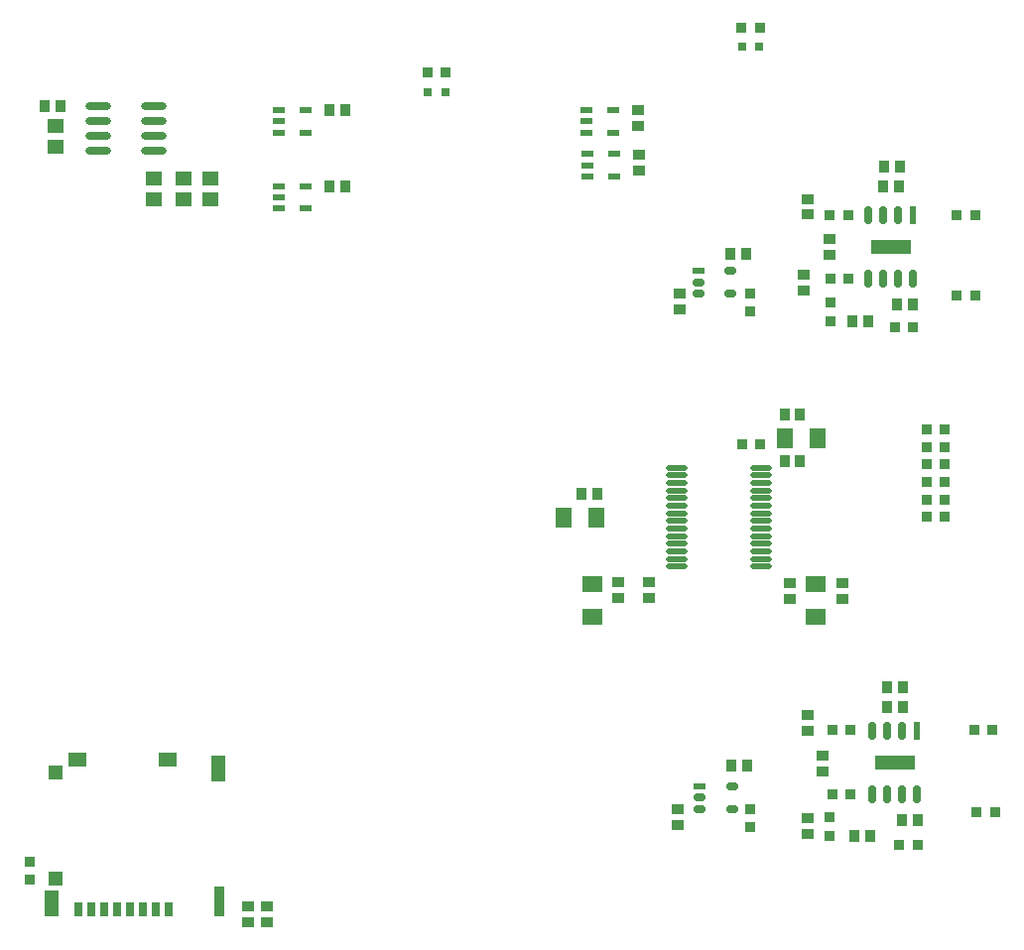
<source format=gtp>
G04*
G04 #@! TF.GenerationSoftware,Altium Limited,Altium Designer,19.0.15 (446)*
G04*
G04 Layer_Color=8421504*
%FSLAX25Y25*%
%MOIN*%
G70*
G01*
G75*
%ADD18R,0.03937X0.03543*%
%ADD19R,0.03347X0.03347*%
G04:AMPARAMS|DCode=20|XSize=23.62mil|YSize=39.37mil|CornerRadius=5.91mil|HoleSize=0mil|Usage=FLASHONLY|Rotation=90.000|XOffset=0mil|YOffset=0mil|HoleType=Round|Shape=RoundedRectangle|*
%AMROUNDEDRECTD20*
21,1,0.02362,0.02756,0,0,90.0*
21,1,0.01181,0.03937,0,0,90.0*
1,1,0.01181,0.01378,0.00591*
1,1,0.01181,0.01378,-0.00591*
1,1,0.01181,-0.01378,-0.00591*
1,1,0.01181,-0.01378,0.00591*
%
%ADD20ROUNDEDRECTD20*%
%ADD21R,0.03937X0.02362*%
%ADD22R,0.03543X0.03937*%
%ADD23R,0.07087X0.05512*%
%ADD24R,0.03347X0.03347*%
%ADD25R,0.05512X0.07087*%
%ADD26R,0.04134X0.02362*%
%ADD27R,0.05512X0.04528*%
%ADD28R,0.13386X0.05118*%
G04:AMPARAMS|DCode=29|XSize=23.62mil|YSize=61.02mil|CornerRadius=5.91mil|HoleSize=0mil|Usage=FLASHONLY|Rotation=0.000|XOffset=0mil|YOffset=0mil|HoleType=Round|Shape=RoundedRectangle|*
%AMROUNDEDRECTD29*
21,1,0.02362,0.04921,0,0,0.0*
21,1,0.01181,0.06102,0,0,0.0*
1,1,0.01181,0.00591,-0.02461*
1,1,0.01181,-0.00591,-0.02461*
1,1,0.01181,-0.00591,0.02461*
1,1,0.01181,0.00591,0.02461*
%
%ADD29ROUNDEDRECTD29*%
%ADD30R,0.02362X0.06102*%
%ADD31O,0.08661X0.02362*%
%ADD32R,0.03150X0.03150*%
%ADD33O,0.07284X0.01772*%
%ADD34R,0.05906X0.04528*%
%ADD35R,0.04528X0.08661*%
%ADD36R,0.04567X0.04724*%
%ADD37R,0.04567X0.04921*%
%ADD38R,0.03740X0.09843*%
%ADD39R,0.03150X0.04882*%
D18*
X535039Y36024D02*
D03*
Y41339D02*
D03*
X540158Y57185D02*
D03*
Y62500D02*
D03*
X529035Y115059D02*
D03*
Y120374D02*
D03*
X546654Y114961D02*
D03*
Y120276D02*
D03*
X533858Y218799D02*
D03*
Y224114D02*
D03*
X478031Y273937D02*
D03*
Y279252D02*
D03*
X478524Y259154D02*
D03*
Y264469D02*
D03*
X542520Y230709D02*
D03*
Y236024D02*
D03*
X492126Y212303D02*
D03*
Y217618D02*
D03*
X535039Y249508D02*
D03*
Y244193D02*
D03*
Y75984D02*
D03*
Y70669D02*
D03*
X491339Y39075D02*
D03*
Y44390D02*
D03*
X353543Y11713D02*
D03*
Y6398D02*
D03*
X347244D02*
D03*
Y11713D02*
D03*
X481890Y120768D02*
D03*
Y115453D02*
D03*
X471535Y120571D02*
D03*
Y115256D02*
D03*
D19*
X515748Y38287D02*
D03*
Y44390D02*
D03*
X542913Y208465D02*
D03*
Y214567D02*
D03*
X515748Y211663D02*
D03*
Y217766D02*
D03*
X542520Y35433D02*
D03*
Y41535D02*
D03*
X273622Y26673D02*
D03*
Y20571D02*
D03*
D20*
X509744Y51968D02*
D03*
Y44488D02*
D03*
X498917D02*
D03*
Y48228D02*
D03*
X509154Y225197D02*
D03*
Y217717D02*
D03*
X498327D02*
D03*
Y221457D02*
D03*
D21*
X498917Y51968D02*
D03*
X498327Y225197D02*
D03*
D22*
X459043Y150197D02*
D03*
X464358D02*
D03*
X532579Y161221D02*
D03*
X527264D02*
D03*
X532579Y176969D02*
D03*
X527264D02*
D03*
X560630Y260236D02*
D03*
X565945D02*
D03*
X560492Y253543D02*
D03*
X565807D02*
D03*
X555413Y208465D02*
D03*
X550098D02*
D03*
X561909Y85433D02*
D03*
X567224D02*
D03*
X561909Y78642D02*
D03*
X567224D02*
D03*
X284154Y280539D02*
D03*
X278839D02*
D03*
X514468Y231102D02*
D03*
X509154D02*
D03*
X570492Y214173D02*
D03*
X565177D02*
D03*
X571949Y40551D02*
D03*
X566634D02*
D03*
X556201Y35433D02*
D03*
X550886D02*
D03*
X374311Y279408D02*
D03*
X379626D02*
D03*
X374311Y253740D02*
D03*
X379626D02*
D03*
X509547Y58957D02*
D03*
X514862D02*
D03*
D23*
X537795Y109153D02*
D03*
Y119980D02*
D03*
X462598D02*
D03*
Y109153D02*
D03*
D24*
X513091Y167126D02*
D03*
X519193D02*
D03*
X542618Y222538D02*
D03*
X548721D02*
D03*
X585236Y244094D02*
D03*
X591339D02*
D03*
X542520D02*
D03*
X548622D02*
D03*
X518996Y307087D02*
D03*
X512894D02*
D03*
X413484Y292028D02*
D03*
X407382D02*
D03*
X581220Y172047D02*
D03*
X575117D02*
D03*
X581220Y166142D02*
D03*
X575117D02*
D03*
X581220Y160236D02*
D03*
X575117D02*
D03*
X581220Y154331D02*
D03*
X575117D02*
D03*
X581220Y148425D02*
D03*
X575117D02*
D03*
X581220Y142815D02*
D03*
X575117D02*
D03*
X585236Y217126D02*
D03*
X591339D02*
D03*
X564390Y206299D02*
D03*
X570492D02*
D03*
X543405Y49409D02*
D03*
X549508D02*
D03*
X591043Y70866D02*
D03*
X597146D02*
D03*
X565846Y32283D02*
D03*
X571949D02*
D03*
X591831Y43366D02*
D03*
X597933D02*
D03*
X543405Y70866D02*
D03*
X549508D02*
D03*
D25*
X538287Y168963D02*
D03*
X527461D02*
D03*
X453150Y142520D02*
D03*
X463976D02*
D03*
D26*
X469764Y279331D02*
D03*
Y271850D02*
D03*
X460709D02*
D03*
Y275590D02*
D03*
Y279331D02*
D03*
X470079Y264567D02*
D03*
Y257087D02*
D03*
X461024D02*
D03*
Y260827D02*
D03*
Y264567D02*
D03*
X357362Y279331D02*
D03*
Y275590D02*
D03*
Y271850D02*
D03*
X366417D02*
D03*
Y279331D02*
D03*
X357362Y253740D02*
D03*
Y250000D02*
D03*
Y246260D02*
D03*
X366417D02*
D03*
Y253740D02*
D03*
D27*
X334276Y256339D02*
D03*
Y249449D02*
D03*
X325417Y256339D02*
D03*
Y249449D02*
D03*
X315575Y256339D02*
D03*
Y249449D02*
D03*
X282480Y274055D02*
D03*
Y267165D02*
D03*
D28*
X564390Y60039D02*
D03*
X562992Y233465D02*
D03*
D29*
X556890Y49409D02*
D03*
X561890D02*
D03*
X566890D02*
D03*
X571890D02*
D03*
X556890Y70669D02*
D03*
X561890D02*
D03*
X566890D02*
D03*
X555492Y222835D02*
D03*
X560492D02*
D03*
X565492D02*
D03*
X570492D02*
D03*
X555492Y244094D02*
D03*
X560492D02*
D03*
X565492D02*
D03*
D30*
X571890Y70669D02*
D03*
X570492Y244094D02*
D03*
D31*
X296677Y280539D02*
D03*
Y275539D02*
D03*
Y270539D02*
D03*
Y265539D02*
D03*
X315575Y280539D02*
D03*
Y275539D02*
D03*
Y270539D02*
D03*
Y265539D02*
D03*
D32*
X512992Y300672D02*
D03*
X518898D02*
D03*
X407480Y285433D02*
D03*
X413386D02*
D03*
D33*
X491043Y159153D02*
D03*
Y156595D02*
D03*
Y154035D02*
D03*
Y151476D02*
D03*
Y148917D02*
D03*
Y146358D02*
D03*
Y143799D02*
D03*
Y141240D02*
D03*
Y138681D02*
D03*
Y136122D02*
D03*
Y133563D02*
D03*
Y131004D02*
D03*
Y128445D02*
D03*
Y125886D02*
D03*
X519587Y159153D02*
D03*
Y156595D02*
D03*
Y154035D02*
D03*
Y151476D02*
D03*
Y148917D02*
D03*
Y146358D02*
D03*
Y143799D02*
D03*
Y141240D02*
D03*
Y138681D02*
D03*
Y136122D02*
D03*
Y133563D02*
D03*
Y131004D02*
D03*
Y128445D02*
D03*
Y125886D02*
D03*
D34*
X289606Y60984D02*
D03*
X320236D02*
D03*
D35*
X337185Y57854D02*
D03*
X280925Y12657D02*
D03*
D36*
X282520Y56555D02*
D03*
D37*
Y21122D02*
D03*
D38*
X337579Y13248D02*
D03*
D39*
X290158Y10768D02*
D03*
X294488D02*
D03*
X298819D02*
D03*
X303150D02*
D03*
X307480D02*
D03*
X311811D02*
D03*
X316142D02*
D03*
X320472D02*
D03*
M02*

</source>
